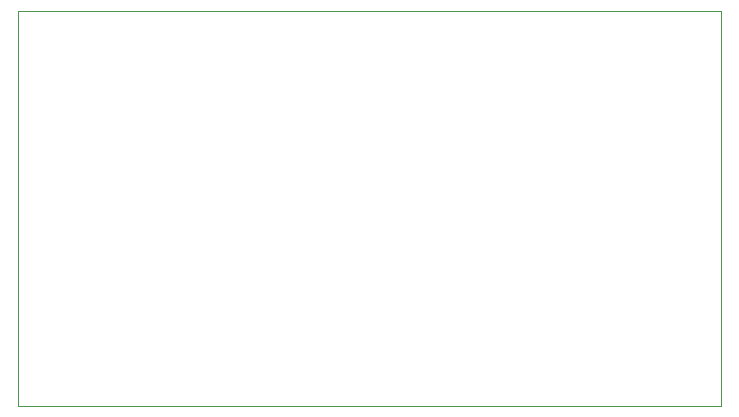
<source format=gbr>
%TF.GenerationSoftware,KiCad,Pcbnew,(6.0.6)*%
%TF.CreationDate,2023-09-23T12:19:06+03:00*%
%TF.ProjectId,leds_rme,6c656473-fc72-46d6-952e-6b696361645f,rev?*%
%TF.SameCoordinates,Original*%
%TF.FileFunction,Profile,NP*%
%FSLAX46Y46*%
G04 Gerber Fmt 4.6, Leading zero omitted, Abs format (unit mm)*
G04 Created by KiCad (PCBNEW (6.0.6)) date 2023-09-23 12:19:06*
%MOMM*%
%LPD*%
G01*
G04 APERTURE LIST*
%TA.AperFunction,Profile*%
%ADD10C,0.100000*%
%TD*%
G04 APERTURE END LIST*
D10*
X44500000Y-47000000D02*
X104000000Y-47000000D01*
X104000000Y-47000000D02*
X104000000Y-80500000D01*
X104000000Y-80500000D02*
X44500000Y-80500000D01*
X44500000Y-80500000D02*
X44500000Y-47000000D01*
M02*

</source>
